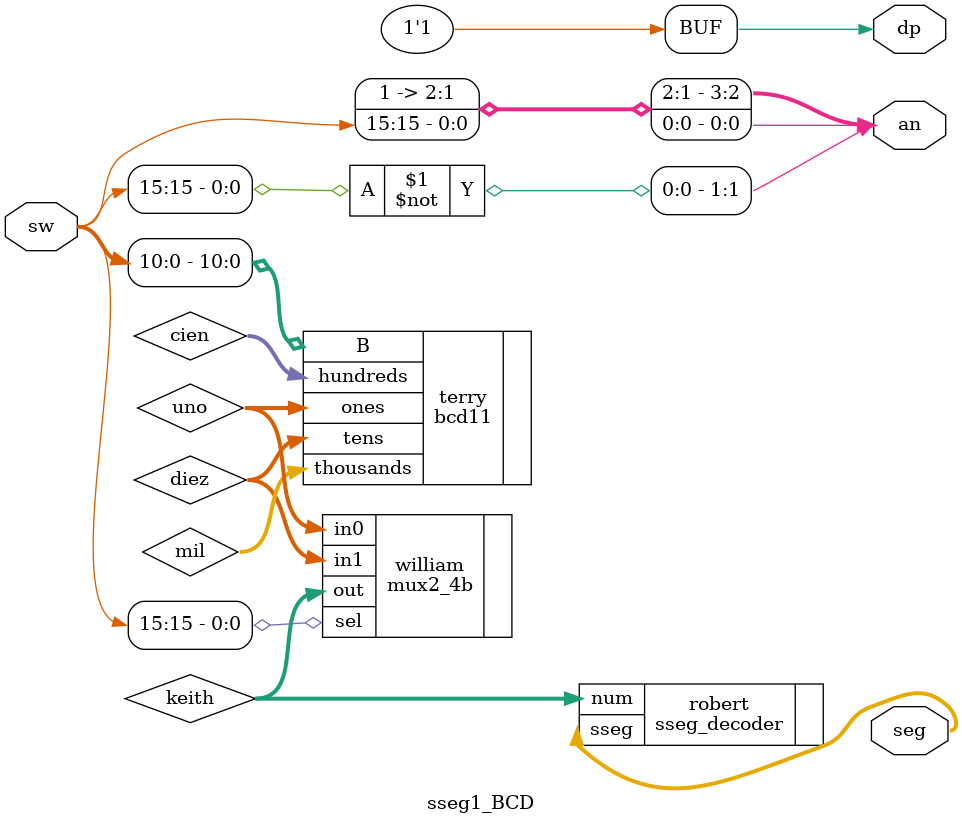
<source format=sv>
module sseg1_BCD(
		input [15:0]sw,
		output [3:0]an,
		output [6:0]seg,
		output dp
	);
	wire [3:0] uno;
	wire [3:0] diez;
	wire [3:0] cien;
	wire [3:0] mil;
	wire [3:0] keith;
	assign an[1] = ~sw[15];
	assign an[0] = sw[15];
	assign an[3:2] = 2'b11;
	assign dp = 1;
	
	bcd11 terry(.B(sw[10:0]), .ones(uno), .tens(diez), .hundreds(cien), .thousands(mil));
	mux2_4b william (.in1(diez), .in0(uno), .sel(sw[15]), .out(keith));
	sseg_decoder robert(.num(keith), .sseg(seg));
endmodule
</source>
